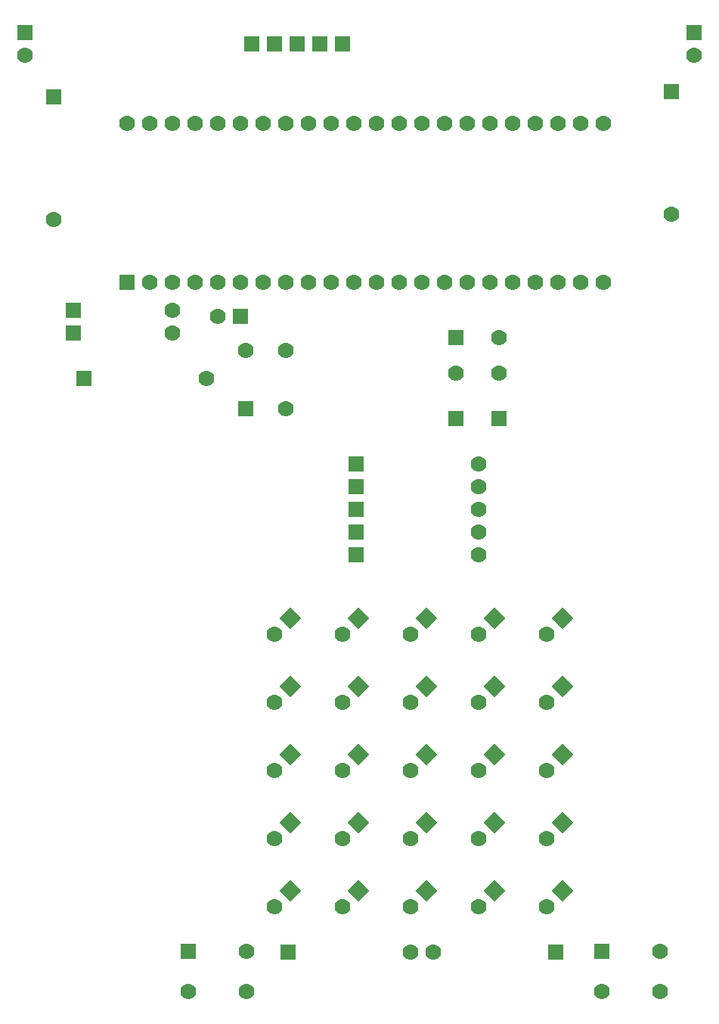
<source format=gbr>
%FSLAX23Y23*%
%MOIN*%
G04 EasyPC Gerber Version 17.0 Build 3379 *
%ADD10R,0.07000X0.07000*%
%ADD11C,0.07000*%
%AMT12*0 Rectangle Pad at angle 45*21,1,0.07000,0.07000,0,0,45*%
%ADD12T12*%
X0Y0D02*
D02*
D10*
X133Y4403D03*
X258Y4118D03*
X345Y3078D03*
Y3178D03*
X392Y2878D03*
X583Y3303D03*
X852Y355D03*
X1081Y3153D03*
X1106Y2747D03*
X1133Y4353D03*
X1233D03*
X1292Y353D03*
X1333Y4353D03*
X1433D03*
X1533D03*
X1592Y2103D03*
Y2203D03*
Y2303D03*
Y2403D03*
Y2503D03*
X2031Y3058D03*
X2033Y2703D03*
X2223D03*
X2473Y353D03*
X2677Y355D03*
X2983Y4143D03*
X3083Y4403D03*
D02*
D11*
X133Y4303D03*
X258Y3578D03*
X583Y4003D03*
X683Y3303D03*
Y4003D03*
X783Y3078D03*
Y3178D03*
Y3303D03*
Y4003D03*
X852Y178D03*
X883Y3303D03*
Y4003D03*
X933Y2878D03*
X983Y3153D03*
Y3303D03*
Y4003D03*
X1083Y3303D03*
Y4003D03*
X1106Y3003D03*
X1108Y178D03*
Y355D03*
X1183Y3303D03*
Y4003D03*
X1233Y553D03*
Y853D03*
Y1153D03*
Y1453D03*
Y1753D03*
X1283Y2747D03*
Y3003D03*
Y3303D03*
Y4003D03*
X1383Y3303D03*
Y4003D03*
X1483Y3303D03*
Y4003D03*
X1533Y553D03*
Y853D03*
Y1153D03*
Y1453D03*
Y1753D03*
X1583Y3303D03*
Y4003D03*
X1683Y3303D03*
Y4003D03*
X1783Y3303D03*
Y4003D03*
X1833Y353D03*
Y553D03*
Y853D03*
Y1153D03*
Y1453D03*
Y1753D03*
X1883Y3303D03*
Y4003D03*
X1933Y353D03*
X1983Y3303D03*
Y4003D03*
X2033Y2903D03*
X2083Y3303D03*
Y4003D03*
X2133Y553D03*
Y853D03*
Y1153D03*
Y1453D03*
Y1753D03*
Y2103D03*
Y2203D03*
Y2303D03*
Y2403D03*
Y2503D03*
X2183Y3303D03*
Y4003D03*
X2223Y2903D03*
Y3058D03*
X2283Y3303D03*
Y4003D03*
X2383Y3303D03*
Y4003D03*
X2433Y553D03*
Y853D03*
Y1153D03*
Y1453D03*
Y1753D03*
X2483Y3303D03*
Y4003D03*
X2583Y3303D03*
Y4003D03*
X2677Y178D03*
X2683Y3303D03*
Y4003D03*
X2933Y178D03*
Y355D03*
X2983Y3603D03*
X3083Y4303D03*
D02*
D12*
X1303Y623D03*
Y923D03*
Y1223D03*
Y1523D03*
Y1823D03*
X1603Y623D03*
Y923D03*
Y1223D03*
Y1523D03*
Y1823D03*
X1903Y623D03*
Y923D03*
Y1223D03*
Y1523D03*
Y1823D03*
X2203Y623D03*
Y923D03*
Y1223D03*
Y1523D03*
Y1823D03*
X2503Y623D03*
Y923D03*
Y1223D03*
Y1523D03*
Y1823D03*
X0Y0D02*
M02*

</source>
